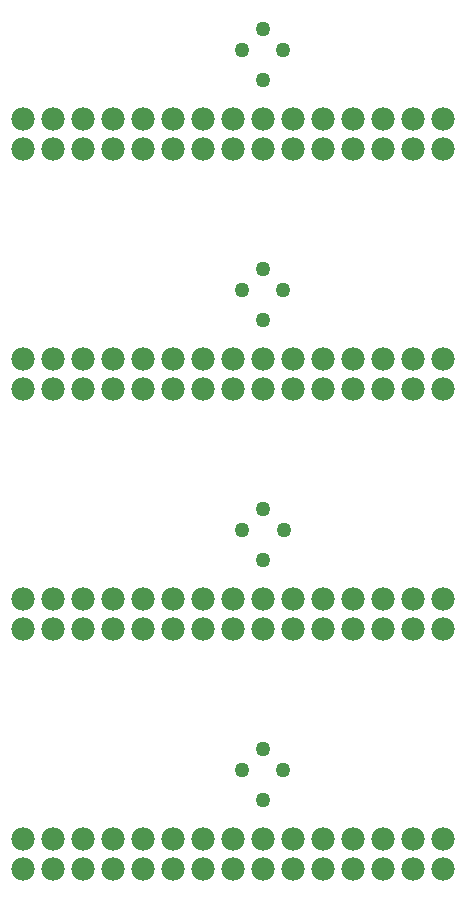
<source format=gtl>
G04 MADE WITH FRITZING*
G04 WWW.FRITZING.ORG*
G04 DOUBLE SIDED*
G04 HOLES PLATED*
G04 CONTOUR ON CENTER OF CONTOUR VECTOR*
%ASAXBY*%
%FSLAX23Y23*%
%MOIN*%
%OFA0B0*%
%SFA1.0B1.0*%
%ADD10C,0.078000*%
%ADD11C,0.049843*%
%LNCOPPER1*%
G90*
G70*
G54D10*
X1585Y266D03*
X1485Y266D03*
X1385Y266D03*
X1285Y266D03*
X1185Y266D03*
X1085Y266D03*
X985Y266D03*
X885Y266D03*
X785Y266D03*
X685Y266D03*
X585Y266D03*
X485Y266D03*
X385Y266D03*
X285Y266D03*
X185Y266D03*
X1585Y366D03*
X1485Y366D03*
X1385Y366D03*
X1285Y366D03*
X1185Y366D03*
X1085Y366D03*
X985Y366D03*
X885Y366D03*
X785Y366D03*
X685Y366D03*
X585Y366D03*
X485Y366D03*
X385Y366D03*
X285Y366D03*
X185Y366D03*
G54D11*
X1054Y596D03*
X915Y596D03*
X985Y496D03*
X985Y666D03*
G54D10*
X1585Y1866D03*
X1485Y1866D03*
X1385Y1866D03*
X1285Y1866D03*
X1185Y1866D03*
X1085Y1866D03*
X985Y1866D03*
X885Y1866D03*
X785Y1866D03*
X685Y1866D03*
X585Y1866D03*
X485Y1866D03*
X385Y1866D03*
X285Y1866D03*
X185Y1866D03*
X1585Y1966D03*
X1485Y1966D03*
X1385Y1966D03*
X1285Y1966D03*
X1185Y1966D03*
X1085Y1966D03*
X985Y1966D03*
X885Y1966D03*
X785Y1966D03*
X685Y1966D03*
X585Y1966D03*
X485Y1966D03*
X385Y1966D03*
X285Y1966D03*
X185Y1966D03*
G54D11*
X1054Y2196D03*
X915Y2196D03*
X985Y2096D03*
X985Y2266D03*
G54D10*
X1585Y1066D03*
X1485Y1066D03*
X1385Y1066D03*
X1285Y1066D03*
X1185Y1066D03*
X1085Y1066D03*
X985Y1066D03*
X885Y1066D03*
X785Y1066D03*
X685Y1066D03*
X585Y1066D03*
X485Y1066D03*
X385Y1066D03*
X285Y1066D03*
X185Y1066D03*
X1585Y1166D03*
X1485Y1166D03*
X1385Y1166D03*
X1285Y1166D03*
X1185Y1166D03*
X1085Y1166D03*
X985Y1166D03*
X885Y1166D03*
X785Y1166D03*
X685Y1166D03*
X585Y1166D03*
X485Y1166D03*
X385Y1166D03*
X285Y1166D03*
X185Y1166D03*
G54D11*
X1055Y1396D03*
X915Y1396D03*
X985Y1296D03*
X985Y1466D03*
G54D10*
X1585Y2666D03*
X1485Y2666D03*
X1385Y2666D03*
X1285Y2666D03*
X1185Y2666D03*
X1085Y2666D03*
X985Y2666D03*
X885Y2666D03*
X785Y2666D03*
X685Y2666D03*
X585Y2666D03*
X485Y2666D03*
X385Y2666D03*
X285Y2666D03*
X185Y2666D03*
X1585Y2766D03*
X1485Y2766D03*
X1385Y2766D03*
X1285Y2766D03*
X1185Y2766D03*
X1085Y2766D03*
X985Y2766D03*
X885Y2766D03*
X785Y2766D03*
X685Y2766D03*
X585Y2766D03*
X485Y2766D03*
X385Y2766D03*
X285Y2766D03*
X185Y2766D03*
G54D11*
X1054Y2996D03*
X915Y2996D03*
X985Y2896D03*
X985Y3066D03*
G04 End of Copper1*
M02*
</source>
